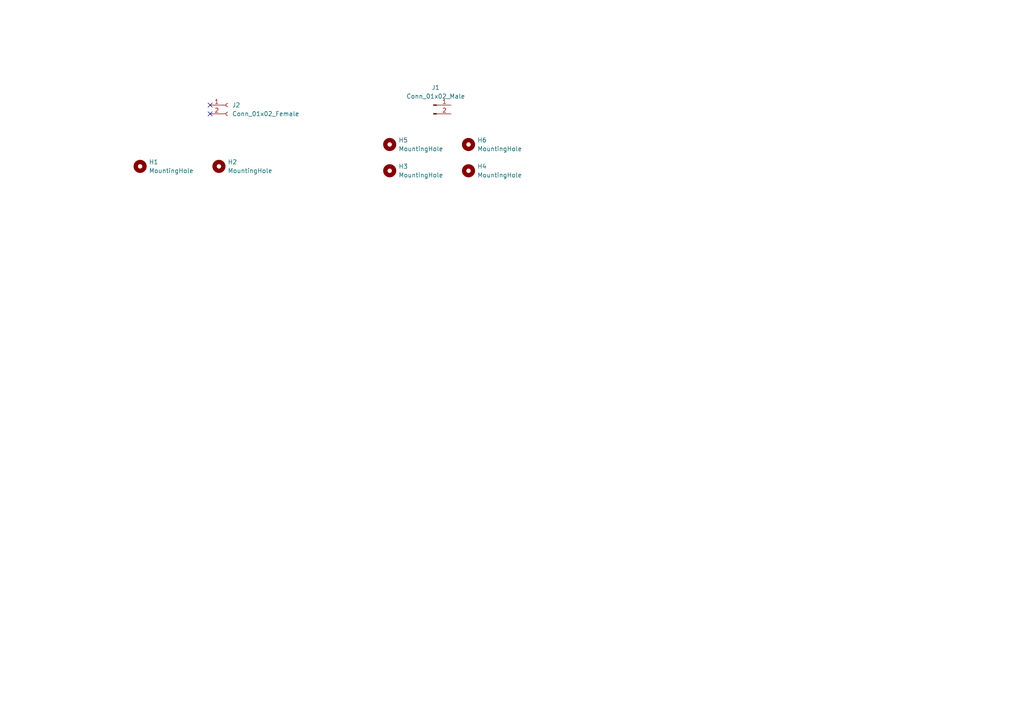
<source format=kicad_sch>
(kicad_sch (version 20211123) (generator eeschema)
  (paper "A4")
  (lib_symbols
    (symbol "Connector:Conn_01x02_Female" (pin_names (offset 1.016) hide)
      (property "Reference" "J" (at 0 2.54 0))
      (property "Value" "Conn_01x02_Female" (at 0 -5.08 0))
      (symbol "Conn_01x02_Female_1_1"
        (arc (start 0 -2.032) (mid -0.508 -2.54) (end 0 -3.048) (stroke (width 0.1524)))
        (polyline (pts (xy -1.27 -2.54) (xy -0.508 -2.54)) (stroke (width 0.1524)))
        (polyline (pts (xy -1.27 0) (xy -0.508 0)) (stroke (width 0.1524)))
        (arc (start 0 0.508) (mid -0.508 0) (end 0 -0.508) (stroke (width 0.1524)))
        (pin passive line (at -5.08 0 0) (length 3.81) (name "Pin_1") (number "1"))
        (pin passive line (at -5.08 -2.54 0) (length 3.81) (name "Pin_2") (number "2"))
      )
    )
    (symbol "Connector:Conn_01x02_Male" (pin_names (offset 1.016) hide)
      (property "Reference" "J" (at 0 2.54 0))
      (property "Value" "Conn_01x02_Male" (at 0 -5.08 0))
      (symbol "Conn_01x02_Male_1_1"
        (polyline (pts (xy 1.27 -2.54) (xy 0.8636 -2.54)) (stroke (width 0.1524)))
        (polyline (pts (xy 1.27 0) (xy 0.8636 0)) (stroke (width 0.1524)))
        (rectangle (start 0.8636 -2.413) (end 0 -2.667) (stroke (width 0.1524)) (fill (type outline)))
        (rectangle (start 0.8636 0.127) (end 0 -0.127) (stroke (width 0.1524)) (fill (type outline)))
        (pin passive line (at 5.08 0 180) (length 3.81) (name "Pin_1") (number "1"))
        (pin passive line (at 5.08 -2.54 180) (length 3.81) (name "Pin_2") (number "2"))
      )
    )
    (symbol "Mechanical:MountingHole" (pin_names (offset 1.016))
      (property "Reference" "H" (at 0 5.08 0))
      (property "Value" "MountingHole" (at 0 3.175 0))
      (symbol "MountingHole_0_1"
        (circle (center 0 0) (radius 1.27) (stroke (width 1.27)))
      )
    )
  )
  (no_connect (at 60.96 30.48))
  (no_connect (at 60.96 33.02))
  (symbol (lib_id "Mechanical:MountingHole") (at 135.89 41.91 0) (unit 1)
    (property "Reference" "H6" (at 138.43 40.6399 0) (effects (justify left)))
    (property "Value" "MountingHole" (at 138.43 43.1799 0) (effects (justify left)))
    (property "Footprint" "MountingHole:MountingHole_2.1mm" (effects hide))
  )
  (symbol (lib_id "Mechanical:MountingHole") (at 63.5 48.26 0) (unit 1)
    (property "Reference" "H2" (at 66.04 46.9899 0) (effects (justify left)))
    (property "Value" "MountingHole" (at 66.04 49.5299 0) (effects (justify left)))
    (property "Footprint" "MountingHole:MountingHole_2.1mm" (effects hide))
  )
  (symbol (lib_id "Mechanical:MountingHole") (at 135.89 49.53 0) (unit 1)
    (property "Reference" "H4" (at 138.43 48.2599 0) (effects (justify left)))
    (property "Value" "MountingHole" (at 138.43 50.7999 0) (effects (justify left)))
    (property "Footprint" "MountingHole:MountingHole_2.1mm" (effects hide))
  )
  (symbol (lib_id "Connector:Conn_01x02_Male") (at 125.73 30.48 0) (unit 1)
    (property "Reference" "J1" (at 126.365 25.4 0))
    (property "Value" "Conn_01x02_Male" (at 126.365 27.94 0))
    (property "Footprint" "Connector_AMASS:AMASS_XT60-F_1x02_P7.20mm_Vertical" (effects hide))
  )
  (symbol (lib_id "Mechanical:MountingHole") (at 113.03 41.91 0) (unit 1)
    (property "Reference" "H5" (at 115.57 40.6399 0) (effects (justify left)))
    (property "Value" "MountingHole" (at 115.57 43.1799 0) (effects (justify left)))
    (property "Footprint" "MountingHole:MountingHole_2.1mm" (effects hide))
  )
  (symbol (lib_id "Mechanical:MountingHole") (at 113.03 49.53 0) (unit 1)
    (property "Reference" "H3" (at 115.57 48.2599 0) (effects (justify left)))
    (property "Value" "MountingHole" (at 115.57 50.7999 0) (effects (justify left)))
    (property "Footprint" "MountingHole:MountingHole_2.1mm" (effects hide))
  )
  (symbol (lib_id "Connector:Conn_01x02_Female") (at 66.04 30.48 0) (unit 1)
    (property "Reference" "J2" (at 67.31 30.4799 0) (effects (justify left)))
    (property "Value" "Conn_01x02_Female" (at 67.31 33.0199 0) (effects (justify left)))
    (property "Footprint" "Connector_AMASS:AMASS_XT60-M_1x02_P7.20mm_Vertical" (effects hide))
  )
  (symbol (lib_id "Mechanical:MountingHole") (at 40.64 48.26 0) (unit 1)
    (property "Reference" "H1" (at 43.18 46.9899 0) (effects (justify left)))
    (property "Value" "MountingHole" (at 43.18 49.5299 0) (effects (justify left)))
    (property "Footprint" "MountingHole:MountingHole_2.1mm" (effects hide))
  )
)
</source>
